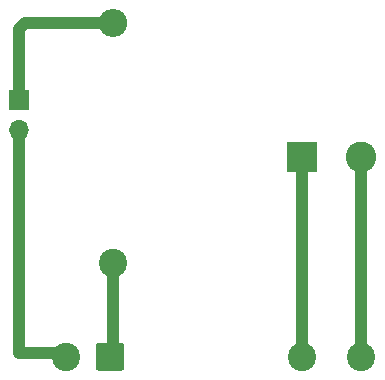
<source format=gbr>
%TF.GenerationSoftware,KiCad,Pcbnew,(5.1.9-0-10_14)*%
%TF.CreationDate,2021-02-25T13:49:12+00:00*%
%TF.ProjectId,SSR-PCB,5353522d-5043-4422-9e6b-696361645f70,rev?*%
%TF.SameCoordinates,Original*%
%TF.FileFunction,Copper,L4,Bot*%
%TF.FilePolarity,Positive*%
%FSLAX46Y46*%
G04 Gerber Fmt 4.6, Leading zero omitted, Abs format (unit mm)*
G04 Created by KiCad (PCBNEW (5.1.9-0-10_14)) date 2021-02-25 13:49:12*
%MOMM*%
%LPD*%
G01*
G04 APERTURE LIST*
%TA.AperFunction,ComponentPad*%
%ADD10C,2.400000*%
%TD*%
%TA.AperFunction,ComponentPad*%
%ADD11O,2.400000X2.400000*%
%TD*%
%TA.AperFunction,ComponentPad*%
%ADD12C,2.600000*%
%TD*%
%TA.AperFunction,ComponentPad*%
%ADD13R,2.600000X2.600000*%
%TD*%
%TA.AperFunction,ComponentPad*%
%ADD14O,1.700000X1.700000*%
%TD*%
%TA.AperFunction,ComponentPad*%
%ADD15R,1.700000X1.700000*%
%TD*%
%TA.AperFunction,Conductor*%
%ADD16C,1.000000*%
%TD*%
G04 APERTURE END LIST*
%TO.P,SSR-Ithink1,A1*%
%TO.N,Net-(Resistor_SSR1-Pad1)*%
%TA.AperFunction,ComponentPad*%
G36*
G01*
X-154540000Y-47835400D02*
X-154540000Y-45934600D01*
G75*
G02*
X-154290400Y-45685000I249600J0D01*
G01*
X-152389600Y-45685000D01*
G75*
G02*
X-152140000Y-45934600I0J-249600D01*
G01*
X-152140000Y-47835400D01*
G75*
G02*
X-152389600Y-48085000I-249600J0D01*
G01*
X-154290400Y-48085000D01*
G75*
G02*
X-154540000Y-47835400I0J249600D01*
G01*
G37*
%TD.AperFunction*%
D10*
%TO.P,SSR-Ithink1,A2*%
%TO.N,GND*%
X-157090000Y-46885000D03*
%TO.P,SSR-Ithink1,11*%
%TO.N,Net-(J2-Pad1)*%
X-137090000Y-46885000D03*
%TO.P,SSR-Ithink1,14*%
%TO.N,Net-(J2-Pad2)*%
X-132090000Y-46885000D03*
%TD*%
D11*
%TO.P,Resistor_SSR1,2*%
%TO.N,GPIO6*%
X-153060000Y-18660000D03*
D10*
%TO.P,Resistor_SSR1,1*%
%TO.N,Net-(Resistor_SSR1-Pad1)*%
X-153060000Y-38980000D03*
%TD*%
D12*
%TO.P,J2,2*%
%TO.N,Net-(J2-Pad2)*%
X-132120000Y-29990000D03*
D13*
%TO.P,J2,1*%
%TO.N,Net-(J2-Pad1)*%
X-137120000Y-29990000D03*
%TD*%
D14*
%TO.P,J1,2*%
%TO.N,GND*%
X-161030000Y-27660000D03*
D15*
%TO.P,J1,1*%
%TO.N,GPIO6*%
X-161030000Y-25120000D03*
%TD*%
D16*
%TO.N,GND*%
X-161030000Y-27660000D02*
X-161030000Y-46580000D01*
X-157395000Y-46580000D02*
X-157090000Y-46885000D01*
X-161030000Y-46580000D02*
X-157395000Y-46580000D01*
%TO.N,GPIO6*%
X-153060000Y-18660000D02*
X-160520000Y-18660000D01*
X-161030000Y-19170000D02*
X-161030000Y-25120000D01*
X-160520000Y-18660000D02*
X-161030000Y-19170000D01*
%TO.N,Net-(Resistor_SSR1-Pad1)*%
X-153130000Y-39050000D02*
X-153060000Y-38980000D01*
X-153060000Y-46605000D02*
X-153340000Y-46885000D01*
X-153060000Y-38980000D02*
X-153060000Y-46605000D01*
%TO.N,Net-(J2-Pad2)*%
X-132330000Y-46645000D02*
X-132090000Y-46885000D01*
X-132120000Y-46855000D02*
X-132090000Y-46885000D01*
X-132120000Y-29990000D02*
X-132120000Y-46855000D01*
%TO.N,Net-(J2-Pad1)*%
X-137330000Y-46645000D02*
X-137090000Y-46885000D01*
X-137120000Y-46855000D02*
X-137090000Y-46885000D01*
X-137120000Y-29990000D02*
X-137120000Y-46855000D01*
%TD*%
M02*

</source>
